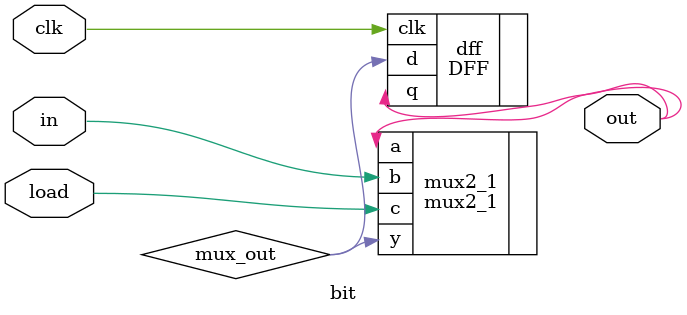
<source format=v>
module bit(input wire clk, input wire load, input wire in, output wire out);
    wire mux_out;
    
    mux2_1 mux2_1(.a(out),.b(in),.c(load),.y(mux_out));
    DFF dff(.clk(clk),.d(mux_out),.q(out));

endmodule
</source>
